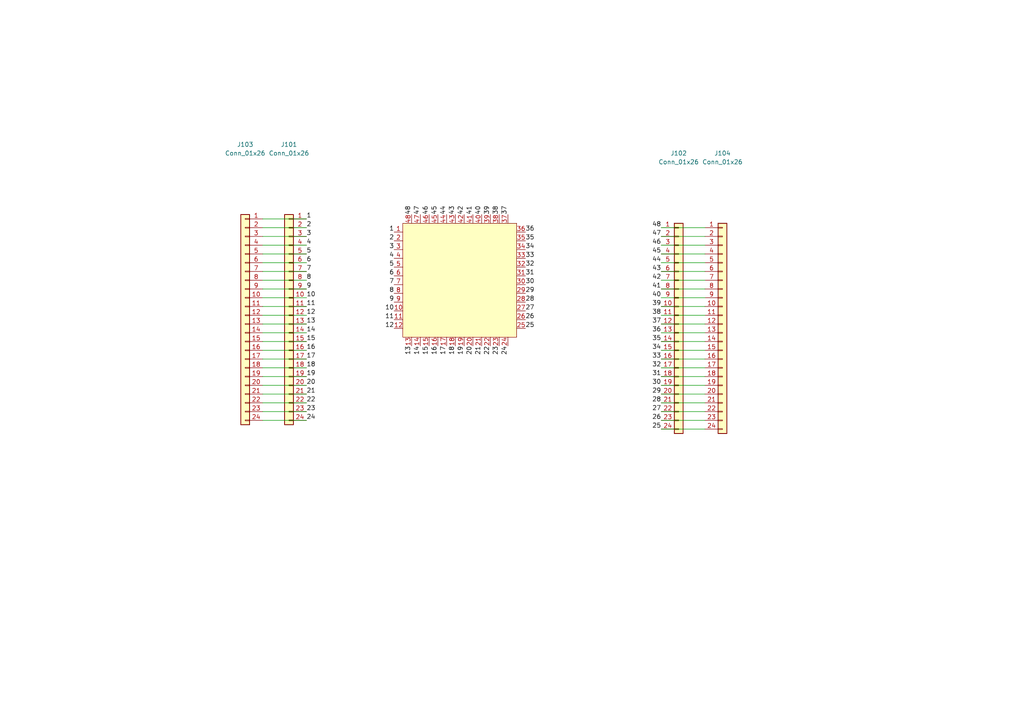
<source format=kicad_sch>
(kicad_sch (version 20250114) (generator "eeschema") (generator_version "9.0")
  (paper "A4")
  (lib_symbols
    (symbol "Connector_Generic:Conn_01x24" (pin_names (offset 1.016) (hide yes))
      (property "Reference" "J" (at 0 30.48 0))
      (property "Value" "Conn_01x24" (at 0 -33.02 0))
      (symbol "Conn_01x24_1_1"
        (rectangle (start -1.27 29.21) (end 1.27 -31.75) (stroke (width 0.254)) (fill (type background)))
        (rectangle (start -1.27 28.067) (end 0 27.813) (stroke (width 0.1524)))
        (rectangle (start -1.27 25.527) (end 0 25.273) (stroke (width 0.1524)))
        (rectangle (start -1.27 22.987) (end 0 22.733) (stroke (width 0.1524)))
        (rectangle (start -1.27 20.447) (end 0 20.193) (stroke (width 0.1524)))
        (rectangle (start -1.27 17.907) (end 0 17.653) (stroke (width 0.1524)))
        (rectangle (start -1.27 15.367) (end 0 15.113) (stroke (width 0.1524)))
        (rectangle (start -1.27 12.827) (end 0 12.573) (stroke (width 0.1524)))
        (rectangle (start -1.27 10.287) (end 0 10.033) (stroke (width 0.1524)))
        (rectangle (start -1.27 7.747) (end 0 7.493) (stroke (width 0.1524)))
        (rectangle (start -1.27 5.207) (end 0 4.953) (stroke (width 0.1524)))
        (rectangle (start -1.27 2.667) (end 0 2.413) (stroke (width 0.1524)))
        (rectangle (start -1.27 0.127) (end 0 -0.127) (stroke (width 0.1524)))
        (rectangle (start -1.27 -2.413) (end 0 -2.667) (stroke (width 0.1524)))
        (rectangle (start -1.27 -4.953) (end 0 -5.207) (stroke (width 0.1524)))
        (rectangle (start -1.27 -7.493) (end 0 -7.747) (stroke (width 0.1524)))
        (rectangle (start -1.27 -10.033) (end 0 -10.287) (stroke (width 0.1524)))
        (rectangle (start -1.27 -12.573) (end 0 -12.827) (stroke (width 0.1524)))
        (rectangle (start -1.27 -15.113) (end 0 -15.367) (stroke (width 0.1524)))
        (rectangle (start -1.27 -17.653) (end 0 -17.907) (stroke (width 0.1524)))
        (rectangle (start -1.27 -20.193) (end 0 -20.447) (stroke (width 0.1524)))
        (rectangle (start -1.27 -22.733) (end 0 -22.987) (stroke (width 0.1524)))
        (rectangle (start -1.27 -25.273) (end 0 -25.527) (stroke (width 0.1524)))
        (rectangle (start -1.27 -27.813) (end 0 -28.067) (stroke (width 0.1524)))
        (rectangle (start -1.27 -30.353) (end 0 -30.607) (stroke (width 0.1524)))
        (pin passive line (at -5.08 27.94 0) (length 3.81) (name "Pin_1") (number "1"))
        (pin passive line (at -5.08 25.4 0) (length 3.81) (name "Pin_2") (number "2"))
        (pin passive line (at -5.08 22.86 0) (length 3.81) (name "Pin_3") (number "3"))
        (pin passive line (at -5.08 20.32 0) (length 3.81) (name "Pin_4") (number "4"))
        (pin passive line (at -5.08 17.78 0) (length 3.81) (name "Pin_5") (number "5"))
        (pin passive line (at -5.08 15.24 0) (length 3.81) (name "Pin_6") (number "6"))
        (pin passive line (at -5.08 12.7 0) (length 3.81) (name "Pin_7") (number "7"))
        (pin passive line (at -5.08 10.16 0) (length 3.81) (name "Pin_8") (number "8"))
        (pin passive line (at -5.08 7.62 0) (length 3.81) (name "Pin_9") (number "9"))
        (pin passive line (at -5.08 5.08 0) (length 3.81) (name "Pin_10") (number "10"))
        (pin passive line (at -5.08 2.54 0) (length 3.81) (name "Pin_11") (number "11"))
        (pin passive line (at -5.08 0 0) (length 3.81) (name "Pin_12") (number "12"))
        (pin passive line (at -5.08 -2.54 0) (length 3.81) (name "Pin_13") (number "13"))
        (pin passive line (at -5.08 -5.08 0) (length 3.81) (name "Pin_14") (number "14"))
        (pin passive line (at -5.08 -7.62 0) (length 3.81) (name "Pin_15") (number "15"))
        (pin passive line (at -5.08 -10.16 0) (length 3.81) (name "Pin_16") (number "16"))
        (pin passive line (at -5.08 -12.7 0) (length 3.81) (name "Pin_17") (number "17"))
        (pin passive line (at -5.08 -15.24 0) (length 3.81) (name "Pin_18") (number "18"))
        (pin passive line (at -5.08 -17.78 0) (length 3.81) (name "Pin_19") (number "19"))
        (pin passive line (at -5.08 -20.32 0) (length 3.81) (name "Pin_20") (number "20"))
        (pin passive line (at -5.08 -22.86 0) (length 3.81) (name "Pin_21") (number "21"))
        (pin passive line (at -5.08 -25.4 0) (length 3.81) (name "Pin_22") (number "22"))
        (pin passive line (at -5.08 -27.94 0) (length 3.81) (name "Pin_23") (number "23"))
        (pin passive line (at -5.08 -30.48 0) (length 3.81) (name "Pin_24") (number "24"))
      )
    )
    (symbol "Interface_Ethernet:VSC8541XMV-0x"
      (symbol "VSC8541XMV-0x_0_0"
        (pin unspecified line (at -24.13 20.32 0) (length 2.54) (name "") (number "1"))
        (pin unspecified line (at -24.13 17.78 0) (length 2.54) (name "") (number "2"))
        (pin unspecified line (at -24.13 15.24 0) (length 2.54) (name "") (number "3"))
        (pin unspecified line (at -24.13 12.7 0) (length 2.54) (name "") (number "4"))
        (pin unspecified line (at -24.13 10.16 0) (length 2.54) (name "") (number "5"))
        (pin unspecified line (at -24.13 7.62 0) (length 2.54) (name "") (number "6"))
        (pin unspecified line (at -24.13 5.08 0) (length 2.54) (name "") (number "7"))
        (pin unspecified line (at -24.13 2.54 0) (length 2.54) (name "") (number "8"))
        (pin unspecified line (at -24.13 0 0) (length 2.54) (name "") (number "9"))
        (pin unspecified line (at -24.13 -2.54 0) (length 2.54) (name "") (number "10"))
        (pin unspecified line (at -24.13 -5.08 0) (length 2.54) (name "") (number "11"))
        (pin unspecified line (at -24.13 -7.62 0) (length 2.54) (name "") (number "12"))
        (pin unspecified line (at -19.05 25.4 270) (length 2.54) (name "") (number "48"))
        (pin unspecified line (at -19.05 -12.7 90) (length 2.54) (name "") (number "13"))
        (pin unspecified line (at -16.51 25.4 270) (length 2.54) (name "") (number "47"))
        (pin unspecified line (at -16.51 -12.7 90) (length 2.54) (name "") (number "14"))
        (pin unspecified line (at -13.97 25.4 270) (length 2.54) (name "") (number "46"))
        (pin unspecified line (at -13.97 -12.7 90) (length 2.54) (name "") (number "15"))
        (pin unspecified line (at -11.43 25.4 270) (length 2.54) (name "") (number "45"))
        (pin unspecified line (at -11.43 -12.7 90) (length 2.54) (name "") (number "16"))
        (pin unspecified line (at -8.89 25.4 270) (length 2.54) (name "") (number "44"))
        (pin unspecified line (at -8.89 -12.7 90) (length 2.54) (name "") (number "17"))
        (pin unspecified line (at -6.35 25.4 270) (length 2.54) (name "") (number "43"))
        (pin unspecified line (at -6.35 -12.7 90) (length 2.54) (name "") (number "18"))
        (pin unspecified line (at -3.81 25.4 270) (length 2.54) (name "") (number "42"))
        (pin unspecified line (at -3.81 -12.7 90) (length 2.54) (name "") (number "19"))
        (pin unspecified line (at -1.27 25.4 270) (length 2.54) (name "") (number "41"))
        (pin unspecified line (at -1.27 -12.7 90) (length 2.54) (name "") (number "20"))
        (pin unspecified line (at 1.27 25.4 270) (length 2.54) (name "") (number "40"))
        (pin unspecified line (at 1.27 -12.7 90) (length 2.54) (name "") (number "21"))
        (pin unspecified line (at 3.81 25.4 270) (length 2.54) (name "") (number "39"))
        (pin unspecified line (at 3.81 -12.7 90) (length 2.54) (name "") (number "22"))
        (pin unspecified line (at 6.35 25.4 270) (length 2.54) (name "") (number "38"))
        (pin unspecified line (at 6.35 -12.7 90) (length 2.54) (name "") (number "23"))
        (pin unspecified line (at 8.89 25.4 270) (length 2.54) (name "") (number "37"))
        (pin unspecified line (at 8.89 -12.7 90) (length 2.54) (name "") (number "24"))
        (pin unspecified line (at 13.97 20.32 180) (length 2.54) (name "") (number "36"))
        (pin unspecified line (at 13.97 17.78 180) (length 2.54) (name "") (number "35"))
        (pin unspecified line (at 13.97 15.24 180) (length 2.54) (name "") (number "34"))
        (pin unspecified line (at 13.97 12.7 180) (length 2.54) (name "") (number "33"))
        (pin unspecified line (at 13.97 10.16 180) (length 2.54) (name "") (number "32"))
        (pin unspecified line (at 13.97 7.62 180) (length 2.54) (name "") (number "31"))
        (pin unspecified line (at 13.97 5.08 180) (length 2.54) (name "") (number "30"))
        (pin unspecified line (at 13.97 2.54 180) (length 2.54) (name "") (number "29"))
        (pin unspecified line (at 13.97 0 180) (length 2.54) (name "") (number "28"))
        (pin unspecified line (at 13.97 -2.54 180) (length 2.54) (name "") (number "27"))
        (pin unspecified line (at 13.97 -5.08 180) (length 2.54) (name "") (number "26"))
        (pin unspecified line (at 13.97 -7.62 180) (length 2.54) (name "") (number "25"))
      )
      (symbol "VSC8541XMV-0x_1_1"
        (rectangle (start -21.59 22.86) (end 11.43 -10.16) (fill (type background)))
      )
    )
  )
  (wire (pts (xy 204.47 124.46) (xy 191.77 124.46)))
  (wire (pts (xy 204.47 66.04) (xy 191.77 66.04)))
  (wire (pts (xy 76.2 121.92) (xy 88.9 121.92)))
  (wire (pts (xy 76.2 116.84) (xy 88.9 116.84)))
  (wire (pts (xy 204.47 101.6) (xy 191.77 101.6)))
  (wire (pts (xy 204.47 111.76) (xy 191.77 111.76)))
  (wire (pts (xy 76.2 88.9) (xy 88.9 88.9)))
  (wire (pts (xy 76.2 111.76) (xy 88.9 111.76)))
  (wire (pts (xy 76.2 119.38) (xy 88.9 119.38)))
  (wire (pts (xy 204.47 121.92) (xy 191.77 121.92)))
  (wire (pts (xy 76.2 71.12) (xy 88.9 71.12)))
  (wire (pts (xy 204.47 81.28) (xy 191.77 81.28)))
  (wire (pts (xy 76.2 91.44) (xy 88.9 91.44)))
  (wire (pts (xy 76.2 63.5) (xy 88.9 63.5)))
  (wire (pts (xy 76.2 104.14) (xy 88.9 104.14)))
  (wire (pts (xy 76.2 66.04) (xy 88.9 66.04)))
  (wire (pts (xy 76.2 101.6) (xy 88.9 101.6)))
  (wire (pts (xy 204.47 88.9) (xy 191.77 88.9)))
  (wire (pts (xy 204.47 78.74) (xy 191.77 78.74)))
  (wire (pts (xy 204.47 76.2) (xy 191.77 76.2)))
  (wire (pts (xy 76.2 83.82) (xy 88.9 83.82)))
  (wire (pts (xy 204.47 104.14) (xy 191.77 104.14)))
  (wire (pts (xy 204.47 93.98) (xy 191.77 93.98)))
  (wire (pts (xy 204.47 73.66) (xy 191.77 73.66)))
  (wire (pts (xy 76.2 114.3) (xy 88.9 114.3)))
  (wire (pts (xy 204.47 119.38) (xy 191.77 119.38)))
  (wire (pts (xy 204.47 96.52) (xy 191.77 96.52)))
  (wire (pts (xy 204.47 114.3) (xy 191.77 114.3)))
  (wire (pts (xy 76.2 81.28) (xy 88.9 81.28)))
  (wire (pts (xy 76.2 96.52) (xy 88.9 96.52)))
  (wire (pts (xy 76.2 106.68) (xy 88.9 106.68)))
  (wire (pts (xy 204.47 116.84) (xy 191.77 116.84)))
  (wire (pts (xy 76.2 109.22) (xy 88.9 109.22)))
  (wire (pts (xy 76.2 68.58) (xy 88.9 68.58)))
  (wire (pts (xy 204.47 106.68) (xy 191.77 106.68)))
  (wire (pts (xy 204.47 91.44) (xy 191.77 91.44)))
  (wire (pts (xy 76.2 99.06) (xy 88.9 99.06)))
  (wire (pts (xy 204.47 71.12) (xy 191.77 71.12)))
  (wire (pts (xy 76.2 78.74) (xy 88.9 78.74)))
  (wire (pts (xy 204.47 99.06) (xy 191.77 99.06)))
  (wire (pts (xy 204.47 83.82) (xy 191.77 83.82)))
  (wire (pts (xy 76.2 86.36) (xy 88.9 86.36)))
  (wire (pts (xy 204.47 86.36) (xy 191.77 86.36)))
  (wire (pts (xy 76.2 76.2) (xy 88.9 76.2)))
  (wire (pts (xy 204.47 68.58) (xy 191.77 68.58)))
  (wire (pts (xy 76.2 93.98) (xy 88.9 93.98)))
  (wire (pts (xy 76.2 73.66) (xy 88.9 73.66)))
  (wire (pts (xy 204.47 109.22) (xy 191.77 109.22)))
  (label "31" (at 191.77 109.22 180))
  (label "19" (at 88.9 109.22 0))
  (label "29" (at 191.77 114.3 180))
  (label "20" (at 88.9 111.76 0))
  (label "26" (at 191.77 121.92 180))
  (label "43" (at 191.77 78.74 180))
  (label "40" (at 191.77 86.36 180))
  (label "12" (at 88.9 91.44 0))
  (label "23" (at 88.9 119.38 0))
  (label "11" (at 88.9 88.9 0))
  (label "10" (at 88.9 86.36 0))
  (label "36" (at 191.77 96.52 180))
  (label "16" (at 88.9 101.6 0))
  (label "14" (at 88.9 96.52 0))
  (label "45" (at 191.77 73.66 180))
  (label "3" (at 88.9 68.58 0))
  (label "39" (at 191.77 88.9 180))
  (label "8" (at 88.9 81.28 0))
  (label "18" (at 88.9 106.68 0))
  (label "4" (at 88.9 71.12 0))
  (label "47" (at 191.77 68.58 180))
  (label "17" (at 88.9 104.14 0))
  (label "37" (at 191.77 93.98 180))
  (label "21" (at 88.9 114.3 0))
  (label "46" (at 191.77 71.12 180))
  (label "35" (at 191.77 99.06 180))
  (label "7" (at 88.9 78.74 0))
  (label "44" (at 191.77 76.2 180))
  (label "13" (at 88.9 93.98 0))
  (label "27" (at 191.77 119.38 180))
  (label "24" (at 88.9 121.92 0))
  (label "15" (at 88.9 99.06 0))
  (label "2" (at 88.9 66.04 0))
  (label "38" (at 191.77 91.44 180))
  (label "48" (at 191.77 66.04 180))
  (label "1" (at 88.9 63.5 0))
  (label "22" (at 88.9 116.84 0))
  (label "32" (at 191.77 106.68 180))
  (label "3" (at 114.3 72.39 180))
  (label "1" (at 114.3 67.31 180))
  (label "2" (at 114.3 69.85 180))
  (label "4" (at 114.3 74.93 180))
  (label "5" (at 114.3 77.47 180))
  (label "6" (at 114.3 80.01 180))
  (label "7" (at 114.3 82.55 180))
  (label "8" (at 114.3 85.09 180))
  (label "10" (at 114.3 90.17 180))
  (label "11" (at 114.3 92.71 180))
  (label "12" (at 114.3 95.25 180))
  (label "9" (at 114.3 87.63 180))
  (label "13" (at 119.38 100.33 270))
  (label "14" (at 121.92 100.33 270))
  (label "15" (at 124.46 100.33 270))
  (label "16" (at 127 100.33 270))
  (label "17" (at 129.54 100.33 270))
  (label "36" (at 152.4 67.31 0))
  (label "37" (at 147.32 62.23 90))
  (label "38" (at 144.78 62.23 90))
  (label "35" (at 152.4 69.85 0))
  (label "40" (at 139.7 62.23 90))
  (label "39" (at 142.24 62.23 90))
  (label "48" (at 119.38 62.23 90))
  (label "47" (at 121.92 62.23 90))
  (label "44" (at 129.54 62.23 90))
  (label "43" (at 132.08 62.23 90))
  (label "45" (at 127 62.23 90))
  (label "46" (at 124.46 62.23 90))
  (label "42" (at 134.62 62.23 90))
  (label "41" (at 137.16 62.23 90))
  (label "18" (at 132.08 100.33 270))
  (label "34" (at 152.4 72.39 0))
  (label "21" (at 139.7 100.33 270))
  (label "20" (at 137.16 100.33 270))
  (label "19" (at 134.62 100.33 270))
  (label "22" (at 142.24 100.33 270))
  (label "23" (at 144.78 100.33 270))
  (label "24" (at 147.32 100.33 270))
  (label "25" (at 152.4 95.25 0))
  (label "26" (at 152.4 92.71 0))
  (label "27" (at 152.4 90.17 0))
  (label "28" (at 152.4 87.63 0))
  (label "29" (at 152.4 85.09 0))
  (label "30" (at 152.4 82.55 0))
  (label "31" (at 152.4 80.01 0))
  (label "32" (at 152.4 77.47 0))
  (label "33" (at 152.4 74.93 0))
  (label "34" (at 191.77 101.6 180))
  (label "41" (at 191.77 83.82 180))
  (label "5" (at 88.9 73.66 0))
  (label "30" (at 191.77 111.76 180))
  (label "33" (at 191.77 104.14 180))
  (label "42" (at 191.77 81.28 180))
  (label "9" (at 88.9 83.82 0))
  (label "6" (at 88.9 76.2 0))
  (label "28" (at 191.77 116.84 180))
  (label "25" (at 191.77 124.46 180))
  (symbol (lib_id "Interface_Ethernet:VSC8541XMV-0x") (at 138.43 87.63 0) (unit 1)
    (property "Reference" "U101" (effects (hide yes)))
    (property "Value" "QFN-48" (effects (hide yes)))
    (property "Footprint" "Package_QFP:LQFP-48_7x7mm_P0.5mm" (effects (hide yes)))
  )
  (symbol (lib_id "Connector_Generic:Conn_01x24") (at 209.55 93.98 0) (unit 1)
    (property "Reference" "J104" (at 209.55 44.45 0))
    (property "Value" "Conn_01x26" (at 209.55 46.99 0))
    (property "Footprint" "Connector_PinHeader_2.54mm:PinHeader_1x24_P2.54mm_Vertical_SMD_Pin1Right" (effects (hide yes)))
    (property "Description" "Generic connector, single row, 01x24, script generated (kicad-library-utils/schlib/autogen/connector/)" (effects (hide yes)))
  )
  (symbol (lib_id "Connector_Generic:Conn_01x24") (at 83.82 91.44 0) (mirror y) (unit 1)
    (property "Reference" "J101" (at 83.82 41.91 0))
    (property "Value" "Conn_01x26" (at 83.82 44.45 0))
    (property "Footprint" "Connector_PinHeader_2.54mm:PinHeader_1x24_P2.54mm_Vertical" (effects (hide yes)))
    (property "Description" "Generic connector, single row, 01x24, script generated (kicad-library-utils/schlib/autogen/connector/)" (effects (hide yes)))
  )
  (symbol (lib_id "Connector_Generic:Conn_01x24") (at 196.85 93.98 0) (unit 1)
    (property "Reference" "J102" (at 196.85 44.45 0))
    (property "Value" "Conn_01x26" (at 196.85 46.99 0))
    (property "Footprint" "Connector_PinHeader_2.54mm:PinHeader_1x24_P2.54mm_Vertical" (effects (hide yes)))
    (property "Description" "Generic connector, single row, 01x24, script generated (kicad-library-utils/schlib/autogen/connector/)" (effects (hide yes)))
  )
  (symbol (lib_id "Connector_Generic:Conn_01x24") (at 71.12 91.44 0) (mirror y) (unit 1)
    (property "Reference" "J103" (at 71.12 41.91 0))
    (property "Value" "Conn_01x26" (at 71.12 44.45 0))
    (property "Footprint" "Connector_PinHeader_2.54mm:PinHeader_1x24_P2.54mm_Vertical_SMD_Pin1Left" (effects (hide yes)))
    (property "Description" "Generic connector, single row, 01x24, script generated (kicad-library-utils/schlib/autogen/connector/)" (effects (hide yes)))
  )
)
</source>
